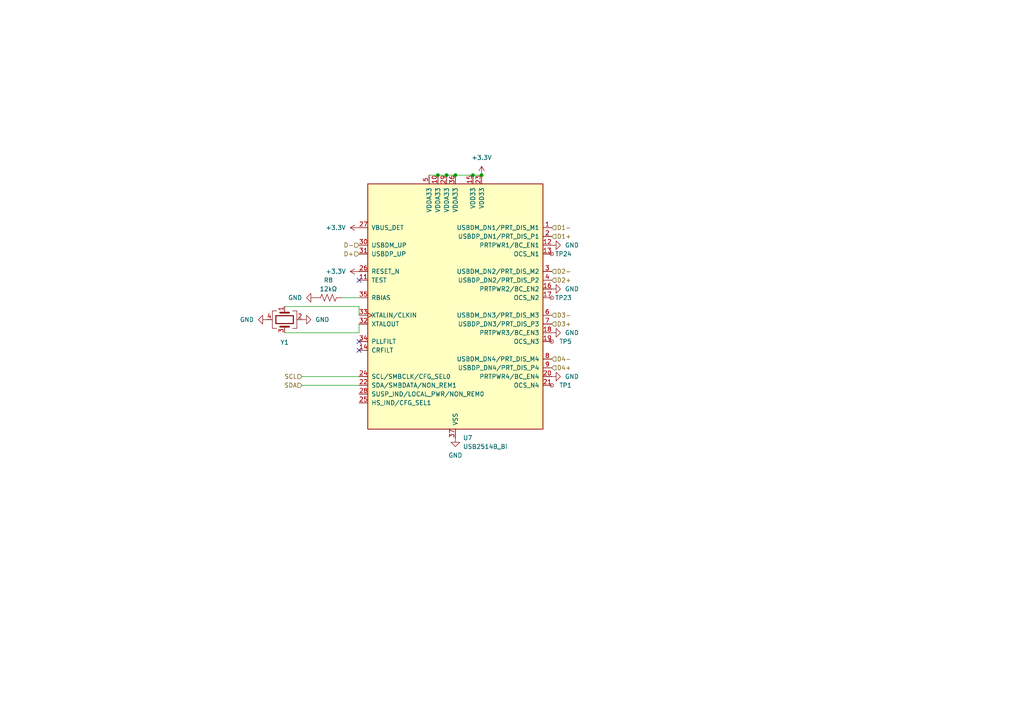
<source format=kicad_sch>
(kicad_sch (version 20231120) (generator "eeschema") (generator_version "8.0")
  (paper "A4")
  (lib_symbols
    (symbol "Connector:TestPoint_Small" (pin_numbers hide) (pin_names (offset 0.762) hide)
      (property "Reference" "TP" (at 0 3.81 0))
      (property "Value" "TestPoint_Small" (at 0 2.032 0))
      (symbol "TestPoint_Small_0_1"
        (circle (center 0 0) (radius 0.508))
      )
      (symbol "TestPoint_Small_1_1"
        (pin passive line (at 0 0 90) (length 0) (name "1") (number "1"))
      )
    )
    (symbol "Device:Crystal_GND24" (pin_names (offset 1.016) hide)
      (property "Reference" "Y" (at 3.175 5.08 0))
      (property "Value" "Crystal_GND24" (at 3.175 3.175 0))
      (symbol "Crystal_GND24_0_1"
        (rectangle (start -1.143 2.54) (end 1.143 -2.54) (stroke (width 0.3048)))
        (polyline (pts (xy -2.54 0) (xy -2.032 0)))
        (polyline (pts (xy -2.032 -1.27) (xy -2.032 1.27)) (stroke (width 0.508)))
        (polyline (pts (xy 0 -3.81) (xy 0 -3.556)))
        (polyline (pts (xy 0 3.556) (xy 0 3.81)))
        (polyline (pts (xy 2.032 -1.27) (xy 2.032 1.27)) (stroke (width 0.508)))
        (polyline (pts (xy 2.032 0) (xy 2.54 0)))
        (polyline (pts (xy -2.54 -2.286) (xy -2.54 -3.556) (xy 2.54 -3.556) (xy 2.54 -2.286)))
        (polyline (pts (xy -2.54 2.286) (xy -2.54 3.556) (xy 2.54 3.556) (xy 2.54 2.286)))
      )
      (symbol "Crystal_GND24_1_1"
        (pin passive line (at -3.81 0 0) (length 1.27) (name "1") (number "1"))
        (pin passive line (at 0 5.08 270) (length 1.27) (name "2") (number "2"))
        (pin passive line (at 3.81 0 180) (length 1.27) (name "3") (number "3"))
        (pin passive line (at 0 -5.08 90) (length 1.27) (name "4") (number "4"))
      )
    )
    (symbol "Device:R_US" (pin_numbers hide) (pin_names (offset 0))
      (property "Reference" "R" (at 2.54 0 90))
      (property "Value" "R_US" (at -2.54 0 90))
      (symbol "R_US_0_1"
        (polyline (pts (xy 0 -2.286) (xy 0 -2.54)))
        (polyline (pts (xy 0 2.286) (xy 0 2.54)))
        (polyline (pts (xy 0 -0.762) (xy 1.016 -1.143) (xy 0 -1.524) (xy -1.016 -1.905) (xy 0 -2.286)))
        (polyline (pts (xy 0 0.762) (xy 1.016 0.381) (xy 0 0) (xy -1.016 -0.381) (xy 0 -0.762)))
        (polyline (pts (xy 0 2.286) (xy 1.016 1.905) (xy 0 1.524) (xy -1.016 1.143) (xy 0 0.762)))
      )
      (symbol "R_US_1_1"
        (pin passive line (at 0 3.81 270) (length 1.27) (name "~") (number "1"))
        (pin passive line (at 0 -3.81 90) (length 1.27) (name "~") (number "2"))
      )
    )
    (symbol "Interface_USB:USB2514B_Bi" (pin_names (offset 1.016))
      (property "Reference" "U" (at -17.78 40.64 0))
      (property "Value" "USB2514B_Bi" (at -20.32 38.1 0))
      (symbol "USB2514B_Bi_0_1"
        (rectangle (start -25.4 35.56) (end 25.4 -35.56) (stroke (width 0.254)) (fill (type background)))
      )
      (symbol "USB2514B_Bi_1_1"
        (pin bidirectional line (at 27.94 22.86 180) (length 2.54) (name "USBDM_DN1/PRT_DIS_M1") (number "1"))
        (pin power_in line (at -5.08 38.1 270) (length 2.54) (name "VDDA33") (number "10"))
        (pin input line (at -27.94 7.62 0) (length 2.54) (name "TEST") (number "11"))
        (pin bidirectional line (at 27.94 17.78 180) (length 2.54) (name "PRTPWR1/BC_EN1") (number "12"))
        (pin input line (at 27.94 15.24 180) (length 2.54) (name "OCS_N1") (number "13"))
        (pin input line (at -27.94 -12.7 0) (length 2.54) (name "CRFILT") (number "14"))
        (pin power_in line (at 5.08 38.1 270) (length 2.54) (name "VDD33") (number "15"))
        (pin bidirectional line (at 27.94 5.08 180) (length 2.54) (name "PRTPWR2/BC_EN2") (number "16"))
        (pin input line (at 27.94 2.54 180) (length 2.54) (name "OCS_N2") (number "17"))
        (pin bidirectional line (at 27.94 -7.62 180) (length 2.54) (name "PRTPWR3/BC_EN3") (number "18"))
        (pin input line (at 27.94 -10.16 180) (length 2.54) (name "OCS_N3") (number "19"))
        (pin bidirectional line (at 27.94 20.32 180) (length 2.54) (name "USBDP_DN1/PRT_DIS_P1") (number "2"))
        (pin bidirectional line (at 27.94 -20.32 180) (length 2.54) (name "PRTPWR4/BC_EN4") (number "20"))
        (pin input line (at 27.94 -22.86 180) (length 2.54) (name "OCS_N4") (number "21"))
        (pin bidirectional line (at -27.94 -22.86 0) (length 2.54) (name "SDA/SMBDATA/NON_REM1") (number "22"))
        (pin power_in line (at 7.62 38.1 270) (length 2.54) (name "VDD33") (number "23"))
        (pin bidirectional line (at -27.94 -20.32 0) (length 2.54) (name "SCL/SMBCLK/CFG_SEL0") (number "24"))
        (pin bidirectional line (at -27.94 -27.94 0) (length 2.54) (name "HS_IND/CFG_SEL1") (number "25"))
        (pin input line (at -27.94 10.16 0) (length 2.54) (name "RESET_N") (number "26"))
        (pin input line (at -27.94 22.86 0) (length 2.54) (name "VBUS_DET") (number "27"))
        (pin bidirectional line (at -27.94 -25.4 0) (length 2.54) (name "SUSP_IND/LOCAL_PWR/NON_REM0") (number "28"))
        (pin power_in line (at -2.54 38.1 270) (length 2.54) (name "VDDA33") (number "29"))
        (pin bidirectional line (at 27.94 10.16 180) (length 2.54) (name "USBDM_DN2/PRT_DIS_M2") (number "3"))
        (pin bidirectional line (at -27.94 17.78 0) (length 2.54) (name "USBDM_UP") (number "30"))
        (pin bidirectional line (at -27.94 15.24 0) (length 2.54) (name "USBDP_UP") (number "31"))
        (pin output line (at -27.94 -5.08 0) (length 2.54) (name "XTALOUT") (number "32"))
        (pin input clock (at -27.94 -2.54 0) (length 2.54) (name "XTALIN/CLKIN") (number "33"))
        (pin input line (at -27.94 -10.16 0) (length 2.54) (name "PLLFILT") (number "34"))
        (pin input line (at -27.94 2.54 0) (length 2.54) (name "RBIAS") (number "35"))
        (pin power_in line (at 0 38.1 270) (length 2.54) (name "VDDA33") (number "36"))
        (pin power_in line (at 0 -38.1 90) (length 2.54) (name "VSS") (number "37"))
        (pin bidirectional line (at 27.94 7.62 180) (length 2.54) (name "USBDP_DN2/PRT_DIS_P2") (number "4"))
        (pin power_in line (at -7.62 38.1 270) (length 2.54) (name "VDDA33") (number "5"))
        (pin bidirectional line (at 27.94 -2.54 180) (length 2.54) (name "USBDM_DN3/PRT_DIS_M3") (number "6"))
        (pin bidirectional line (at 27.94 -5.08 180) (length 2.54) (name "USBDP_DN3/PRT_DIS_P3") (number "7"))
        (pin bidirectional line (at 27.94 -15.24 180) (length 2.54) (name "USBDM_DN4/PRT_DIS_M4") (number "8"))
        (pin bidirectional line (at 27.94 -17.78 180) (length 2.54) (name "USBDP_DN4/PRT_DIS_P4") (number "9"))
      )
    )
    (symbol "power:+3.3V" (power) (pin_numbers hide) (pin_names (offset 0) hide)
      (property "Value" "+3.3V" (at 0 3.556 0))
      (symbol "+3.3V_0_1"
        (polyline (pts (xy -0.762 1.27) (xy 0 2.54)))
        (polyline (pts (xy 0 0) (xy 0 2.54)))
        (polyline (pts (xy 0 2.54) (xy 0.762 1.27)))
      )
      (symbol "+3.3V_1_1"
        (pin power_in line (at 0 0 90) (length 0) (name "~") (number "1"))
      )
    )
    (symbol "power:GND" (power) (pin_numbers hide) (pin_names (offset 0) hide)
      (property "Value" "GND" (at 0 -3.81 0))
      (symbol "GND_0_1"
        (polyline (pts (xy 0 0) (xy 0 -1.27) (xy 1.27 -1.27) (xy 0 -2.54) (xy -1.27 -1.27) (xy 0 -1.27)))
      )
      (symbol "GND_1_1"
        (pin power_in line (at 0 0 270) (length 0) (name "~") (number "1"))
      )
    )
  )
  (junction (at 132.08 50.8))
  (junction (at 139.7 50.8))
  (junction (at 129.54 50.8))
  (junction (at 127 50.8))
  (junction (at 137.16 50.8))
  (no_connect (at 104.14 99.06))
  (no_connect (at 104.14 101.6))
  (no_connect (at 104.14 81.28))
  (wire (pts (xy 137.16 50.8) (xy 139.7 50.8)))
  (wire (pts (xy 99.06 86.36) (xy 104.14 86.36)))
  (wire (pts (xy 87.63 111.76) (xy 104.14 111.76)))
  (wire (pts (xy 132.08 50.8) (xy 137.16 50.8)))
  (wire (pts (xy 124.46 50.8) (xy 127 50.8)))
  (wire (pts (xy 104.14 96.52) (xy 104.14 93.98)))
  (wire (pts (xy 82.55 96.52) (xy 104.14 96.52)))
  (wire (pts (xy 127 50.8) (xy 129.54 50.8)))
  (wire (pts (xy 82.55 88.9) (xy 104.14 88.9)))
  (wire (pts (xy 87.63 109.22) (xy 104.14 109.22)))
  (wire (pts (xy 129.54 50.8) (xy 132.08 50.8)))
  (wire (pts (xy 104.14 88.9) (xy 104.14 91.44)))
  (hierarchical_label "SCL" (shape input) (at 87.63 109.22 180))
  (hierarchical_label "D4-" (shape input) (at 160.02 104.14 0))
  (hierarchical_label "D2+" (shape input) (at 160.02 81.28 0))
  (hierarchical_label "D-" (shape input) (at 104.14 71.12 180))
  (hierarchical_label "D4+" (shape input) (at 160.02 106.68 0))
  (hierarchical_label "D1-" (shape input) (at 160.02 66.04 0))
  (hierarchical_label "SDA" (shape input) (at 87.63 111.76 180))
  (hierarchical_label "D3+" (shape input) (at 160.02 93.98 0))
  (hierarchical_label "D2-" (shape input) (at 160.02 78.74 0))
  (hierarchical_label "D1+" (shape input) (at 160.02 68.58 0))
  (hierarchical_label "D+" (shape input) (at 104.14 73.66 180))
  (hierarchical_label "D3-" (shape input) (at 160.02 91.44 0))
  (symbol (lib_id "power:GND") (at 160.02 109.22 90) (unit 1)
    (property "Reference" "#PWR076" (effects (hide yes)))
    (property "Value" "GND" (at 163.83 109.2199 90) (effects (justify right)))
    (property "Description" "Power symbol creates a global label with name \"GND\" , ground" (effects (hide yes)))
  )
  (symbol (lib_id "Connector:TestPoint_Small") (at 160.02 111.76 0) (mirror y) (unit 1)
    (property "Reference" "TP1" (at 165.862 111.76 0) (effects (justify left)))
    (property "Value" "TestPoint_Small" (effects (hide yes)))
    (property "Footprint" "TestPoint:TestPoint_Pad_D1.0mm" (effects (hide yes)))
    (property "Description" "test point" (effects (hide yes)))
  )
  (symbol (lib_id "power:+3.3V") (at 104.14 66.04 90) (mirror x) (unit 1)
    (property "Reference" "#PWR068" (effects (hide yes)))
    (property "Value" "+3.3V" (at 100.33 66.0399 90) (effects (justify left)))
    (property "Description" "Power symbol creates a global label with name \"+3.3V\"" (effects (hide yes)))
  )
  (symbol (lib_id "power:GND") (at 77.47 92.71 270) (unit 1)
    (property "Reference" "#PWR073" (effects (hide yes)))
    (property "Value" "GND" (at 73.66 92.7099 90) (effects (justify right)))
    (property "Description" "Power symbol creates a global label with name \"GND\" , ground" (effects (hide yes)))
  )
  (symbol (lib_id "Device:R_US") (at 95.25 86.36 90) (unit 1)
    (property "Reference" "R8" (at 95.25 81.28 90))
    (property "Value" "12kΩ" (at 95.25 83.82 90))
    (property "Footprint" "Resistor_SMD:R_0603_1608Metric_Pad0.98x0.95mm_HandSolder" (effects (hide yes)))
    (property "Description" "Resistor, US symbol" (effects (hide yes)))
  )
  (symbol (lib_id "power:GND") (at 160.02 96.52 90) (unit 1)
    (property "Reference" "#PWR075" (effects (hide yes)))
    (property "Value" "GND" (at 163.83 96.5199 90) (effects (justify right)))
    (property "Description" "Power symbol creates a global label with name \"GND\" , ground" (effects (hide yes)))
  )
  (symbol (lib_id "Device:Crystal_GND24") (at 82.55 92.71 270) (unit 1)
    (property "Reference" "Y1" (at 82.55 99.314 90))
    (property "Value" "ABM8-24.000MHZ-D1G-T" (effects (hide yes)))
    (property "Footprint" "Crystal:Crystal_SMD_Abracon_ABM8G-4Pin_3.2x2.5mm" (effects (hide yes)))
    (property "Description" "Four pin crystal, GND on pins 2 and 4" (effects (hide yes)))
  )
  (symbol (lib_id "power:GND") (at 91.44 86.36 270) (unit 1)
    (property "Reference" "#PWR072" (effects (hide yes)))
    (property "Value" "GND" (at 87.63 86.3599 90) (effects (justify right)))
    (property "Description" "Power symbol creates a global label with name \"GND\" , ground" (effects (hide yes)))
  )
  (symbol (lib_id "Connector:TestPoint_Small") (at 160.02 86.36 0) (mirror y) (unit 1)
    (property "Reference" "TP23" (at 165.862 86.36 0) (effects (justify left)))
    (property "Value" "TestPoint_Small" (effects (hide yes)))
    (property "Footprint" "TestPoint:TestPoint_Pad_D1.0mm" (effects (hide yes)))
    (property "Description" "test point" (effects (hide yes)))
  )
  (symbol (lib_id "power:+3.3V") (at 139.7 50.8 0) (mirror y) (unit 1)
    (property "Reference" "#PWR067" (effects (hide yes)))
    (property "Value" "+3.3V" (at 139.7 45.72 0))
    (property "Description" "Power symbol creates a global label with name \"+3.3V\"" (effects (hide yes)))
  )
  (symbol (lib_id "power:GND") (at 87.63 92.71 90) (unit 1)
    (property "Reference" "#PWR074" (effects (hide yes)))
    (property "Value" "GND" (at 91.44 92.7099 90) (effects (justify right)))
    (property "Description" "Power symbol creates a global label with name \"GND\" , ground" (effects (hide yes)))
  )
  (symbol (lib_id "Interface_USB:USB2514B_Bi") (at 132.08 88.9 0) (unit 1)
    (property "Reference" "U7" (at 134.2741 127 0) (effects (justify left)))
    (property "Value" "USB2514B_Bi" (at 134.2741 129.54 0) (effects (justify left)))
    (property "Footprint" "Package_DFN_QFN:QFN-36-1EP_6x6mm_P0.5mm_EP3.7x3.7mm" (effects (hide yes)))
    (property "Datasheet" "http://ww1.microchip.com/downloads/en/DeviceDoc/00001692C.pdf" (effects (hide yes)))
    (property "Description" "USB 2.0 Hi-Speed Hub Controller" (effects (hide yes)))
  )
  (symbol (lib_id "power:+3.3V") (at 104.14 78.74 90) (mirror x) (unit 1)
    (property "Reference" "#PWR070" (effects (hide yes)))
    (property "Value" "+3.3V" (at 100.33 78.7399 90) (effects (justify left)))
    (property "Description" "Power symbol creates a global label with name \"+3.3V\"" (effects (hide yes)))
  )
  (symbol (lib_id "power:GND") (at 160.02 71.12 90) (unit 1)
    (property "Reference" "#PWR069" (effects (hide yes)))
    (property "Value" "GND" (at 163.83 71.1199 90) (effects (justify right)))
    (property "Description" "Power symbol creates a global label with name \"GND\" , ground" (effects (hide yes)))
  )
  (symbol (lib_id "Connector:TestPoint_Small") (at 160.02 99.06 0) (mirror y) (unit 1)
    (property "Reference" "TP5" (at 165.862 99.06 0) (effects (justify left)))
    (property "Value" "TestPoint_Small" (effects (hide yes)))
    (property "Footprint" "TestPoint:TestPoint_Pad_D1.0mm" (effects (hide yes)))
    (property "Description" "test point" (effects (hide yes)))
  )
  (symbol (lib_id "power:GND") (at 132.08 127 0) (unit 1)
    (property "Reference" "#PWR077" (effects (hide yes)))
    (property "Value" "GND" (at 132.08 132.08 0))
    (property "Description" "Power symbol creates a global label with name \"GND\" , ground" (effects (hide yes)))
  )
  (symbol (lib_id "Connector:TestPoint_Small") (at 160.02 73.66 0) (mirror y) (unit 1)
    (property "Reference" "TP24" (at 165.862 73.66 0) (effects (justify left)))
    (property "Value" "TestPoint_Small" (effects (hide yes)))
    (property "Footprint" "TestPoint:TestPoint_Pad_D1.0mm" (effects (hide yes)))
    (property "Description" "test point" (effects (hide yes)))
  )
  (symbol (lib_id "power:GND") (at 160.02 83.82 90) (unit 1)
    (property "Reference" "#PWR071" (effects (hide yes)))
    (property "Value" "GND" (at 163.83 83.8199 90) (effects (justify right)))
    (property "Description" "Power symbol creates a global label with name \"GND\" , ground" (effects (hide yes)))
  )
)
</source>
